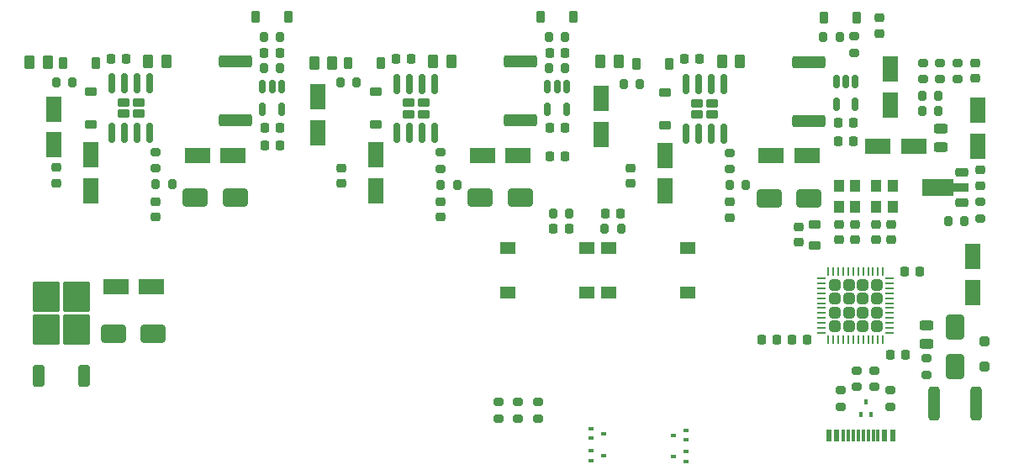
<source format=gbr>
%TF.GenerationSoftware,KiCad,Pcbnew,8.0.5-8.0.5-0~ubuntu24.04.1*%
%TF.CreationDate,2024-10-01T16:14:09+02:00*%
%TF.ProjectId,TFG-Brushless-ESC,5446472d-4272-4757-9368-6c6573732d45,rev?*%
%TF.SameCoordinates,Original*%
%TF.FileFunction,Paste,Top*%
%TF.FilePolarity,Positive*%
%FSLAX46Y46*%
G04 Gerber Fmt 4.6, Leading zero omitted, Abs format (unit mm)*
G04 Created by KiCad (PCBNEW 8.0.5-8.0.5-0~ubuntu24.04.1) date 2024-10-01 16:14:09*
%MOMM*%
%LPD*%
G01*
G04 APERTURE LIST*
G04 Aperture macros list*
%AMRoundRect*
0 Rectangle with rounded corners*
0 $1 Rounding radius*
0 $2 $3 $4 $5 $6 $7 $8 $9 X,Y pos of 4 corners*
0 Add a 4 corners polygon primitive as box body*
4,1,4,$2,$3,$4,$5,$6,$7,$8,$9,$2,$3,0*
0 Add four circle primitives for the rounded corners*
1,1,$1+$1,$2,$3*
1,1,$1+$1,$4,$5*
1,1,$1+$1,$6,$7*
1,1,$1+$1,$8,$9*
0 Add four rect primitives between the rounded corners*
20,1,$1+$1,$2,$3,$4,$5,0*
20,1,$1+$1,$4,$5,$6,$7,0*
20,1,$1+$1,$6,$7,$8,$9,0*
20,1,$1+$1,$8,$9,$2,$3,0*%
%AMFreePoly0*
4,1,9,3.862500,-0.866500,0.737500,-0.866500,0.737500,-0.450000,-0.737500,-0.450000,-0.737500,0.450000,0.737500,0.450000,0.737500,0.866500,3.862500,0.866500,3.862500,-0.866500,3.862500,-0.866500,$1*%
G04 Aperture macros list end*
%ADD10RoundRect,0.250000X0.550000X-1.050000X0.550000X1.050000X-0.550000X1.050000X-0.550000X-1.050000X0*%
%ADD11RoundRect,0.225000X-0.375000X0.225000X-0.375000X-0.225000X0.375000X-0.225000X0.375000X0.225000X0*%
%ADD12RoundRect,0.250000X1.000000X0.650000X-1.000000X0.650000X-1.000000X-0.650000X1.000000X-0.650000X0*%
%ADD13RoundRect,0.250000X-0.550000X1.050000X-0.550000X-1.050000X0.550000X-1.050000X0.550000X1.050000X0*%
%ADD14RoundRect,0.200000X0.200000X0.275000X-0.200000X0.275000X-0.200000X-0.275000X0.200000X-0.275000X0*%
%ADD15RoundRect,0.250000X0.262500X0.450000X-0.262500X0.450000X-0.262500X-0.450000X0.262500X-0.450000X0*%
%ADD16RoundRect,0.200000X0.275000X-0.200000X0.275000X0.200000X-0.275000X0.200000X-0.275000X-0.200000X0*%
%ADD17RoundRect,0.225000X-0.225000X-0.250000X0.225000X-0.250000X0.225000X0.250000X-0.225000X0.250000X0*%
%ADD18RoundRect,0.150000X-0.150000X0.512500X-0.150000X-0.512500X0.150000X-0.512500X0.150000X0.512500X0*%
%ADD19RoundRect,0.100000X-0.155000X-0.100000X0.155000X-0.100000X0.155000X0.100000X-0.155000X0.100000X0*%
%ADD20R,1.550000X1.300000*%
%ADD21R,0.600000X1.240000*%
%ADD22R,0.300000X1.240000*%
%ADD23RoundRect,0.100000X0.155000X0.100000X-0.155000X0.100000X-0.155000X-0.100000X0.155000X-0.100000X0*%
%ADD24RoundRect,0.243750X0.456250X-0.243750X0.456250X0.243750X-0.456250X0.243750X-0.456250X-0.243750X0*%
%ADD25RoundRect,0.225000X0.225000X0.250000X-0.225000X0.250000X-0.225000X-0.250000X0.225000X-0.250000X0*%
%ADD26RoundRect,0.225000X-0.250000X0.225000X-0.250000X-0.225000X0.250000X-0.225000X0.250000X0.225000X0*%
%ADD27RoundRect,0.250000X-1.425000X0.362500X-1.425000X-0.362500X1.425000X-0.362500X1.425000X0.362500X0*%
%ADD28RoundRect,0.225000X0.250000X-0.225000X0.250000X0.225000X-0.250000X0.225000X-0.250000X-0.225000X0*%
%ADD29RoundRect,0.200000X-0.275000X0.200000X-0.275000X-0.200000X0.275000X-0.200000X0.275000X0.200000X0*%
%ADD30RoundRect,0.250000X-1.050000X-0.550000X1.050000X-0.550000X1.050000X0.550000X-1.050000X0.550000X0*%
%ADD31RoundRect,0.100000X-0.100000X0.155000X-0.100000X-0.155000X0.100000X-0.155000X0.100000X0.155000X0*%
%ADD32RoundRect,0.225000X0.225000X0.375000X-0.225000X0.375000X-0.225000X-0.375000X0.225000X-0.375000X0*%
%ADD33RoundRect,0.250000X-0.315000X0.315000X-0.315000X-0.315000X0.315000X-0.315000X0.315000X0.315000X0*%
%ADD34RoundRect,0.062500X-0.062500X0.375000X-0.062500X-0.375000X0.062500X-0.375000X0.062500X0.375000X0*%
%ADD35RoundRect,0.062500X-0.375000X0.062500X-0.375000X-0.062500X0.375000X-0.062500X0.375000X0.062500X0*%
%ADD36RoundRect,0.200000X-0.200000X-0.275000X0.200000X-0.275000X0.200000X0.275000X-0.200000X0.275000X0*%
%ADD37RoundRect,0.250000X1.050000X0.550000X-1.050000X0.550000X-1.050000X-0.550000X1.050000X-0.550000X0*%
%ADD38RoundRect,0.230000X0.375000X-0.230000X0.375000X0.230000X-0.375000X0.230000X-0.375000X-0.230000X0*%
%ADD39RoundRect,0.150000X0.150000X-0.825000X0.150000X0.825000X-0.150000X0.825000X-0.150000X-0.825000X0*%
%ADD40RoundRect,0.225000X0.425000X0.225000X-0.425000X0.225000X-0.425000X-0.225000X0.425000X-0.225000X0*%
%ADD41FreePoly0,180.000000*%
%ADD42R,1.100000X1.300000*%
%ADD43RoundRect,0.250000X-0.650000X1.000000X-0.650000X-1.000000X0.650000X-1.000000X0.650000X1.000000X0*%
%ADD44RoundRect,0.243750X-0.456250X0.243750X-0.456250X-0.243750X0.456250X-0.243750X0.456250X0.243750X0*%
%ADD45RoundRect,0.250000X0.350000X-0.850000X0.350000X0.850000X-0.350000X0.850000X-0.350000X-0.850000X0*%
%ADD46RoundRect,0.250000X1.125000X-1.275000X1.125000X1.275000X-1.125000X1.275000X-1.125000X-1.275000X0*%
%ADD47RoundRect,0.250000X-0.250000X0.250000X-0.250000X-0.250000X0.250000X-0.250000X0.250000X0.250000X0*%
%ADD48RoundRect,0.218750X0.381250X-0.218750X0.381250X0.218750X-0.381250X0.218750X-0.381250X-0.218750X0*%
%ADD49RoundRect,0.250000X-0.312500X-1.450000X0.312500X-1.450000X0.312500X1.450000X-0.312500X1.450000X0*%
G04 APERTURE END LIST*
D10*
%TO.C,C29*%
X75076000Y-128503000D03*
X75076000Y-124903000D03*
%TD*%
D11*
%TO.C,D8*%
X52276000Y-124378000D03*
X52276000Y-127678000D03*
%TD*%
D12*
%TO.C,D6*%
X58526000Y-148778000D03*
X54526000Y-148778000D03*
%TD*%
D13*
%TO.C,C27*%
X80976000Y-130748000D03*
X80976000Y-134348000D03*
%TD*%
D14*
%TO.C,R7*%
X137601000Y-124778000D03*
X135951000Y-124778000D03*
%TD*%
D15*
%TO.C,R30*%
X105388500Y-121303000D03*
X103563500Y-121303000D03*
%TD*%
D16*
%TO.C,R17*%
X136401000Y-152890500D03*
X136401000Y-151240500D03*
%TD*%
D17*
%TO.C,C2*%
X54251000Y-121028000D03*
X55801000Y-121028000D03*
%TD*%
D14*
%TO.C,R37*%
X79026000Y-123403000D03*
X77376000Y-123403000D03*
%TD*%
D18*
%TO.C,U9*%
X129226000Y-123340500D03*
X128276000Y-123340500D03*
X127326000Y-123340500D03*
X127326000Y-125615500D03*
X129226000Y-125615500D03*
%TD*%
D16*
%TO.C,R35*%
X129126000Y-120453000D03*
X129126000Y-118803000D03*
%TD*%
D19*
%TO.C,D15*%
X112171000Y-159453000D03*
X112171000Y-158453000D03*
X110881000Y-158953000D03*
%TD*%
D10*
%TO.C,C6*%
X132776000Y-125703000D03*
X132776000Y-122103000D03*
%TD*%
D20*
%TO.C,SW2*%
X104376000Y-140078000D03*
X112326000Y-140078000D03*
X104376000Y-144578000D03*
X112326000Y-144578000D03*
%TD*%
D21*
%TO.C,J2*%
X126576000Y-158993000D03*
X127376000Y-158993000D03*
D22*
X128526000Y-158993000D03*
X129526000Y-158993000D03*
X130026000Y-158993000D03*
X131026000Y-158993000D03*
D21*
X132176000Y-158993000D03*
X132976000Y-158993000D03*
X132976000Y-158993000D03*
X132176000Y-158993000D03*
D22*
X131526000Y-158993000D03*
X130526000Y-158993000D03*
X129026000Y-158993000D03*
X128026000Y-158993000D03*
D21*
X127376000Y-158993000D03*
X126576000Y-158993000D03*
%TD*%
D23*
%TO.C,D16*%
X102631000Y-158278000D03*
X102631000Y-159278000D03*
X103921000Y-158778000D03*
%TD*%
D24*
%TO.C,D2*%
X137851000Y-129940500D03*
X137851000Y-128065500D03*
%TD*%
D25*
%TO.C,C9*%
X124371000Y-149308000D03*
X122821000Y-149308000D03*
%TD*%
D26*
%TO.C,C32*%
X87476000Y-135448000D03*
X87476000Y-136998000D03*
%TD*%
D17*
%TO.C,C12*%
X104051000Y-136628000D03*
X105601000Y-136628000D03*
%TD*%
D27*
%TO.C,R28*%
X95476000Y-121335500D03*
X95476000Y-127260500D03*
%TD*%
D28*
%TO.C,C11*%
X123526000Y-139553000D03*
X123526000Y-138003000D03*
%TD*%
D23*
%TO.C,D17*%
X102631000Y-160528000D03*
X102631000Y-161528000D03*
X103921000Y-161028000D03*
%TD*%
D29*
%TO.C,R3*%
X139526000Y-121453000D03*
X139526000Y-123103000D03*
%TD*%
D15*
%TO.C,R32*%
X117641000Y-121333000D03*
X115816000Y-121333000D03*
%TD*%
D18*
%TO.C,U7*%
X100151000Y-123890500D03*
X99201000Y-123890500D03*
X98251000Y-123890500D03*
X98251000Y-126165500D03*
X100151000Y-126165500D03*
%TD*%
D30*
%TO.C,C23*%
X62976000Y-130778000D03*
X66576000Y-130778000D03*
%TD*%
D17*
%TO.C,C26*%
X69726000Y-129778000D03*
X71276000Y-129778000D03*
%TD*%
D31*
%TO.C,D1*%
X129776000Y-156900500D03*
X130776000Y-156900500D03*
X130276000Y-155610500D03*
%TD*%
D16*
%TO.C,R15*%
X93276000Y-157278000D03*
X93276000Y-155628000D03*
%TD*%
D17*
%TO.C,C10*%
X134171000Y-142508000D03*
X135721000Y-142508000D03*
%TD*%
D29*
%TO.C,R12*%
X131146000Y-152463000D03*
X131146000Y-154113000D03*
%TD*%
D10*
%TO.C,C19*%
X141026000Y-144578000D03*
X141026000Y-140978000D03*
%TD*%
D17*
%TO.C,C42*%
X112001000Y-121078000D03*
X113551000Y-121078000D03*
%TD*%
D15*
%TO.C,R26*%
X88551000Y-121298000D03*
X86726000Y-121298000D03*
%TD*%
D32*
%TO.C,D21*%
X72126000Y-116828000D03*
X68826000Y-116828000D03*
%TD*%
%TO.C,D23*%
X129376000Y-116928000D03*
X126076000Y-116928000D03*
%TD*%
D15*
%TO.C,R18*%
X47888500Y-121428000D03*
X46063500Y-121428000D03*
%TD*%
D17*
%TO.C,C8*%
X132721000Y-150833000D03*
X134271000Y-150833000D03*
%TD*%
D26*
%TO.C,C45*%
X131626000Y-116928000D03*
X131626000Y-118478000D03*
%TD*%
D17*
%TO.C,C41*%
X82976000Y-121078000D03*
X84526000Y-121078000D03*
%TD*%
D11*
%TO.C,D12*%
X110066000Y-124433000D03*
X110066000Y-127733000D03*
%TD*%
D32*
%TO.C,D18*%
X52726000Y-121478000D03*
X49426000Y-121478000D03*
%TD*%
D25*
%TO.C,C17*%
X121351000Y-149303000D03*
X119801000Y-149303000D03*
%TD*%
D33*
%TO.C,U3*%
X131371000Y-143808000D03*
X129971000Y-143808000D03*
X128571000Y-143808000D03*
X127171000Y-143808000D03*
X131371000Y-145208000D03*
X129971000Y-145208000D03*
X128571000Y-145208000D03*
X127171000Y-145208000D03*
X131371000Y-146608000D03*
X129971000Y-146608000D03*
X128571000Y-146608000D03*
X127171000Y-146608000D03*
X131371000Y-148008000D03*
X129971000Y-148008000D03*
X128571000Y-148008000D03*
X127171000Y-148008000D03*
D34*
X132021000Y-142470500D03*
X131521000Y-142470500D03*
X131021000Y-142470500D03*
X130521000Y-142470500D03*
X130021000Y-142470500D03*
X129521000Y-142470500D03*
X129021000Y-142470500D03*
X128521000Y-142470500D03*
X128021000Y-142470500D03*
X127521000Y-142470500D03*
X127021000Y-142470500D03*
X126521000Y-142470500D03*
D35*
X125833500Y-143158000D03*
X125833500Y-143658000D03*
X125833500Y-144158000D03*
X125833500Y-144658000D03*
X125833500Y-145158000D03*
X125833500Y-145658000D03*
X125833500Y-146158000D03*
X125833500Y-146658000D03*
X125833500Y-147158000D03*
X125833500Y-147658000D03*
X125833500Y-148158000D03*
X125833500Y-148658000D03*
D34*
X126521000Y-149345500D03*
X127021000Y-149345500D03*
X127521000Y-149345500D03*
X128021000Y-149345500D03*
X128521000Y-149345500D03*
X129021000Y-149345500D03*
X129521000Y-149345500D03*
X130021000Y-149345500D03*
X130521000Y-149345500D03*
X131021000Y-149345500D03*
X131521000Y-149345500D03*
X132021000Y-149345500D03*
D35*
X132708500Y-148658000D03*
X132708500Y-148158000D03*
X132708500Y-147658000D03*
X132708500Y-147158000D03*
X132708500Y-146658000D03*
X132708500Y-146158000D03*
X132708500Y-145658000D03*
X132708500Y-145158000D03*
X132708500Y-144658000D03*
X132708500Y-144158000D03*
X132708500Y-143658000D03*
X132708500Y-143158000D03*
%TD*%
D36*
%TO.C,R23*%
X69651000Y-122028000D03*
X71301000Y-122028000D03*
%TD*%
D17*
%TO.C,C43*%
X69701000Y-120428000D03*
X71251000Y-120428000D03*
%TD*%
D32*
%TO.C,D19*%
X81426000Y-121483000D03*
X78126000Y-121483000D03*
%TD*%
D17*
%TO.C,C40*%
X127501000Y-129328000D03*
X129051000Y-129328000D03*
%TD*%
D37*
%TO.C,C3*%
X135101000Y-129828000D03*
X131501000Y-129828000D03*
%TD*%
D16*
%TO.C,R14*%
X95276000Y-157278000D03*
X95276000Y-155628000D03*
%TD*%
D38*
%TO.C,U4*%
X55526000Y-126598000D03*
X57026000Y-126598000D03*
X55526000Y-125458000D03*
X57026000Y-125458000D03*
D39*
X54371000Y-128503000D03*
X55641000Y-128503000D03*
X56911000Y-128503000D03*
X58181000Y-128503000D03*
X58181000Y-123553000D03*
X56911000Y-123553000D03*
X55641000Y-123553000D03*
X54371000Y-123553000D03*
%TD*%
D32*
%TO.C,D20*%
X110476000Y-121528000D03*
X107176000Y-121528000D03*
%TD*%
D36*
%TO.C,R25*%
X87476000Y-133723000D03*
X89126000Y-133723000D03*
%TD*%
D13*
%TO.C,C5*%
X141526000Y-126228000D03*
X141526000Y-129828000D03*
%TD*%
D30*
%TO.C,C30*%
X91676000Y-130798000D03*
X95276000Y-130798000D03*
%TD*%
D40*
%TO.C,U1*%
X139976000Y-135528000D03*
D41*
X139888500Y-134028000D03*
D40*
X139976000Y-132528000D03*
%TD*%
D29*
%TO.C,R33*%
X116566000Y-130508000D03*
X116566000Y-132158000D03*
%TD*%
D27*
%TO.C,R22*%
X66776000Y-121315500D03*
X66776000Y-127240500D03*
%TD*%
D13*
%TO.C,C20*%
X52276000Y-130728000D03*
X52276000Y-134328000D03*
%TD*%
D32*
%TO.C,D22*%
X100851000Y-116853000D03*
X97551000Y-116853000D03*
%TD*%
D14*
%TO.C,R36*%
X50376000Y-123428000D03*
X48726000Y-123428000D03*
%TD*%
D42*
%TO.C,Y2*%
X133001000Y-135978000D03*
X133001000Y-133878000D03*
X131351000Y-133878000D03*
X131351000Y-135978000D03*
%TD*%
D29*
%TO.C,R21*%
X58776000Y-130453000D03*
X58776000Y-132103000D03*
%TD*%
D13*
%TO.C,C34*%
X110066000Y-130783000D03*
X110066000Y-134383000D03*
%TD*%
D42*
%TO.C,Y1*%
X129201000Y-135978000D03*
X129201000Y-133878000D03*
X127551000Y-133878000D03*
X127551000Y-135978000D03*
%TD*%
D14*
%TO.C,R16*%
X137601000Y-126328000D03*
X135951000Y-126328000D03*
%TD*%
D36*
%TO.C,R8*%
X104001000Y-138153000D03*
X105651000Y-138153000D03*
%TD*%
D18*
%TO.C,U5*%
X71451000Y-123890500D03*
X70501000Y-123890500D03*
X69551000Y-123890500D03*
X69551000Y-126165500D03*
X71451000Y-126165500D03*
%TD*%
D16*
%TO.C,R13*%
X97276000Y-157278000D03*
X97276000Y-155628000D03*
%TD*%
D14*
%TO.C,R40*%
X100026000Y-118853000D03*
X98376000Y-118853000D03*
%TD*%
D12*
%TO.C,D13*%
X124566000Y-135083000D03*
X120566000Y-135083000D03*
%TD*%
D25*
%TO.C,C44*%
X99976000Y-120453000D03*
X98426000Y-120453000D03*
%TD*%
D17*
%TO.C,C33*%
X98426000Y-130878000D03*
X99976000Y-130878000D03*
%TD*%
D26*
%TO.C,C21*%
X48776000Y-132003000D03*
X48776000Y-133553000D03*
%TD*%
D14*
%TO.C,R41*%
X127676000Y-118878000D03*
X126026000Y-118878000D03*
%TD*%
D29*
%TO.C,R11*%
X129396000Y-152463000D03*
X129396000Y-154113000D03*
%TD*%
D12*
%TO.C,D11*%
X95476000Y-135048000D03*
X91476000Y-135048000D03*
%TD*%
D43*
%TO.C,D5*%
X139276000Y-148028000D03*
X139276000Y-152028000D03*
%TD*%
D38*
%TO.C,U6*%
X84226000Y-126618000D03*
X85726000Y-126618000D03*
X84226000Y-125478000D03*
X85726000Y-125478000D03*
D39*
X83071000Y-128523000D03*
X84341000Y-128523000D03*
X85611000Y-128523000D03*
X86881000Y-128523000D03*
X86881000Y-123573000D03*
X85611000Y-123573000D03*
X84341000Y-123573000D03*
X83071000Y-123573000D03*
%TD*%
D25*
%TO.C,C24*%
X71276000Y-128028000D03*
X69726000Y-128028000D03*
%TD*%
D36*
%TO.C,R19*%
X58776000Y-133703000D03*
X60426000Y-133703000D03*
%TD*%
D29*
%TO.C,R10*%
X132776000Y-154453000D03*
X132776000Y-156103000D03*
%TD*%
D17*
%TO.C,C7*%
X98826000Y-138153000D03*
X100376000Y-138153000D03*
%TD*%
D38*
%TO.C,U8*%
X113316000Y-126653000D03*
X114816000Y-126653000D03*
X113316000Y-125513000D03*
X114816000Y-125513000D03*
D39*
X112161000Y-128558000D03*
X113431000Y-128558000D03*
X114701000Y-128558000D03*
X115971000Y-128558000D03*
X115971000Y-123608000D03*
X114701000Y-123608000D03*
X113431000Y-123608000D03*
X112161000Y-123608000D03*
%TD*%
D44*
%TO.C,D3*%
X136401000Y-147890500D03*
X136401000Y-149765500D03*
%TD*%
D15*
%TO.C,R24*%
X76551000Y-121453000D03*
X74726000Y-121453000D03*
%TD*%
D30*
%TO.C,C18*%
X54776000Y-144028000D03*
X58376000Y-144028000D03*
%TD*%
D26*
%TO.C,C4*%
X141276000Y-121478000D03*
X141276000Y-123028000D03*
%TD*%
%TO.C,C35*%
X106566000Y-132058000D03*
X106566000Y-133608000D03*
%TD*%
D28*
%TO.C,C15*%
X132876000Y-139303000D03*
X132876000Y-137753000D03*
%TD*%
D29*
%TO.C,R27*%
X87476000Y-130473000D03*
X87476000Y-132123000D03*
%TD*%
D26*
%TO.C,C39*%
X116566000Y-135483000D03*
X116566000Y-137033000D03*
%TD*%
D25*
%TO.C,C38*%
X129051000Y-127523000D03*
X127501000Y-127523000D03*
%TD*%
%TO.C,C31*%
X99976000Y-128028000D03*
X98426000Y-128028000D03*
%TD*%
D36*
%TO.C,R29*%
X98376000Y-122028000D03*
X100026000Y-122028000D03*
%TD*%
%TO.C,R31*%
X116566000Y-133758000D03*
X118216000Y-133758000D03*
%TD*%
%TO.C,R2*%
X98776000Y-136628000D03*
X100426000Y-136628000D03*
%TD*%
D15*
%TO.C,R20*%
X59851000Y-121278000D03*
X58026000Y-121278000D03*
%TD*%
D45*
%TO.C,D4*%
X46998500Y-152978000D03*
D46*
X47753500Y-148353000D03*
X50803500Y-148353000D03*
X47753500Y-145003000D03*
X50803500Y-145003000D03*
D45*
X51558500Y-152978000D03*
%TD*%
D12*
%TO.C,D9*%
X66776000Y-135028000D03*
X62776000Y-135028000D03*
%TD*%
D16*
%TO.C,R4*%
X137776000Y-123103000D03*
X137776000Y-121453000D03*
%TD*%
D27*
%TO.C,R34*%
X124566000Y-121370500D03*
X124566000Y-127295500D03*
%TD*%
D20*
%TO.C,SW1*%
X94276000Y-140078000D03*
X102226000Y-140078000D03*
X94276000Y-144578000D03*
X102226000Y-144578000D03*
%TD*%
D47*
%TO.C,D7*%
X142276000Y-149528000D03*
X142276000Y-152028000D03*
%TD*%
D48*
%TO.C,L1*%
X125176000Y-139840500D03*
X125176000Y-137715500D03*
%TD*%
D26*
%TO.C,C25*%
X58776000Y-135428000D03*
X58776000Y-136978000D03*
%TD*%
D28*
%TO.C,C1*%
X141776000Y-133803000D03*
X141776000Y-132253000D03*
%TD*%
D14*
%TO.C,R6*%
X140226000Y-137403000D03*
X138576000Y-137403000D03*
%TD*%
D28*
%TO.C,C16*%
X131276000Y-139303000D03*
X131276000Y-137753000D03*
%TD*%
D10*
%TO.C,C36*%
X103651000Y-128678000D03*
X103651000Y-125078000D03*
%TD*%
D29*
%TO.C,R5*%
X136026000Y-121453000D03*
X136026000Y-123103000D03*
%TD*%
%TO.C,R9*%
X127776000Y-154428000D03*
X127776000Y-156078000D03*
%TD*%
D30*
%TO.C,C37*%
X120766000Y-130833000D03*
X124366000Y-130833000D03*
%TD*%
D49*
%TO.C,F2*%
X137138500Y-155778000D03*
X141413500Y-155778000D03*
%TD*%
D19*
%TO.C,D14*%
X112171000Y-161628000D03*
X112171000Y-160628000D03*
X110881000Y-161128000D03*
%TD*%
D28*
%TO.C,C13*%
X129176000Y-139303000D03*
X129176000Y-137753000D03*
%TD*%
D10*
%TO.C,C22*%
X48526000Y-129728000D03*
X48526000Y-126128000D03*
%TD*%
D14*
%TO.C,R38*%
X107526000Y-123578000D03*
X105876000Y-123578000D03*
%TD*%
D28*
%TO.C,C14*%
X127576000Y-139303000D03*
X127576000Y-137753000D03*
%TD*%
D14*
%TO.C,R39*%
X71301000Y-118828000D03*
X69651000Y-118828000D03*
%TD*%
D11*
%TO.C,D10*%
X80976000Y-124398000D03*
X80976000Y-127698000D03*
%TD*%
D16*
%TO.C,R1*%
X141776000Y-137103000D03*
X141776000Y-135453000D03*
%TD*%
D26*
%TO.C,C28*%
X77476000Y-132023000D03*
X77476000Y-133573000D03*
%TD*%
M02*

</source>
